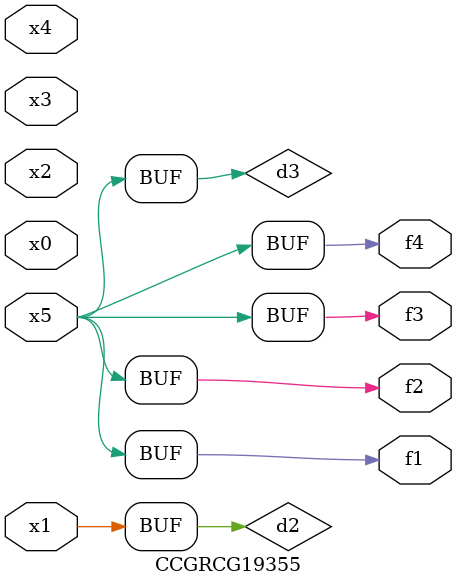
<source format=v>
module CCGRCG19355(
	input x0, x1, x2, x3, x4, x5,
	output f1, f2, f3, f4
);

	wire d1, d2, d3;

	not (d1, x5);
	or (d2, x1);
	xnor (d3, d1);
	assign f1 = d3;
	assign f2 = d3;
	assign f3 = d3;
	assign f4 = d3;
endmodule

</source>
